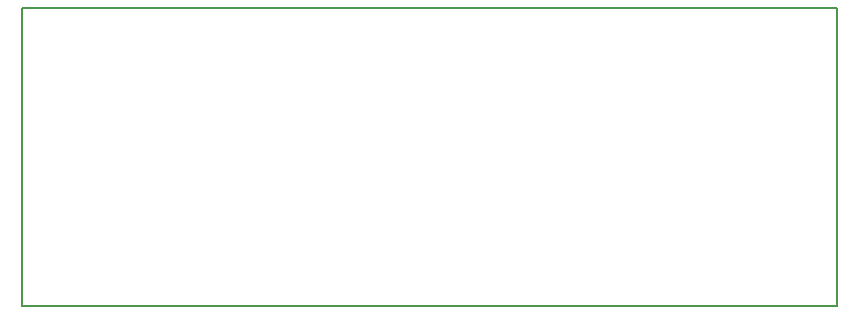
<source format=gm1>
G04*
G04 #@! TF.GenerationSoftware,Altium Limited,Altium Designer,18.0.7 (293)*
G04*
G04 Layer_Color=52428*
%FSLAX44Y44*%
%MOMM*%
G71*
G01*
G75*
%ADD12C,0.2000*%
D12*
X690000Y252500D02*
X690000Y0D01*
X-0Y252500D02*
X690000D01*
X-0D02*
X0Y0D01*
X690000D01*
M02*

</source>
